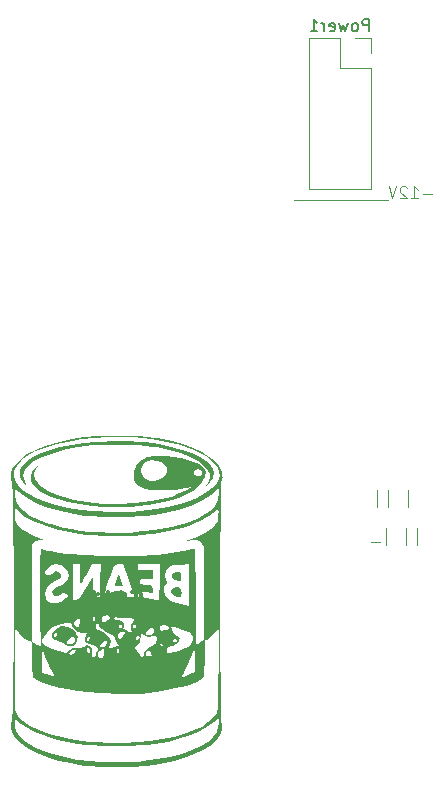
<source format=gbr>
%TF.GenerationSoftware,KiCad,Pcbnew,8.0.4*%
%TF.CreationDate,2024-08-29T01:46:08-04:00*%
%TF.ProjectId,adsr,61647372-2e6b-4696-9361-645f70636258,rev?*%
%TF.SameCoordinates,Original*%
%TF.FileFunction,Legend,Bot*%
%TF.FilePolarity,Positive*%
%FSLAX46Y46*%
G04 Gerber Fmt 4.6, Leading zero omitted, Abs format (unit mm)*
G04 Created by KiCad (PCBNEW 8.0.4) date 2024-08-29 01:46:08*
%MOMM*%
%LPD*%
G01*
G04 APERTURE LIST*
%ADD10C,0.100000*%
%ADD11C,0.300000*%
%ADD12C,0.150000*%
%ADD13C,0.000000*%
%ADD14C,0.120000*%
G04 APERTURE END LIST*
D10*
X103000000Y-82000000D02*
X95000000Y-82000000D01*
X104696115Y-107985864D02*
X104696115Y-106557292D01*
X102981829Y-107985864D02*
X102981829Y-106557292D01*
X102029448Y-107985864D02*
X102029448Y-106557292D01*
X105458020Y-111205752D02*
X105458020Y-109777180D01*
X104505639Y-111205752D02*
X104505639Y-109777180D01*
X102791353Y-111205752D02*
X102791353Y-109777180D01*
X102315163Y-110967657D02*
X101553258Y-110967657D01*
X106696115Y-81491466D02*
X105934211Y-81491466D01*
X104934211Y-81872419D02*
X105505639Y-81872419D01*
X105219925Y-81872419D02*
X105219925Y-80872419D01*
X105219925Y-80872419D02*
X105315163Y-81015276D01*
X105315163Y-81015276D02*
X105410401Y-81110514D01*
X105410401Y-81110514D02*
X105505639Y-81158133D01*
X104553258Y-80967657D02*
X104505639Y-80920038D01*
X104505639Y-80920038D02*
X104410401Y-80872419D01*
X104410401Y-80872419D02*
X104172306Y-80872419D01*
X104172306Y-80872419D02*
X104077068Y-80920038D01*
X104077068Y-80920038D02*
X104029449Y-80967657D01*
X104029449Y-80967657D02*
X103981830Y-81062895D01*
X103981830Y-81062895D02*
X103981830Y-81158133D01*
X103981830Y-81158133D02*
X104029449Y-81300990D01*
X104029449Y-81300990D02*
X104600877Y-81872419D01*
X104600877Y-81872419D02*
X103981830Y-81872419D01*
X103696115Y-80872419D02*
X103362782Y-81872419D01*
X103362782Y-81872419D02*
X103029449Y-80872419D01*
D11*
X81321427Y-115249757D02*
X81464285Y-115178328D01*
X81464285Y-115178328D02*
X81678570Y-115178328D01*
X81678570Y-115178328D02*
X81892856Y-115249757D01*
X81892856Y-115249757D02*
X82035713Y-115392614D01*
X82035713Y-115392614D02*
X82107142Y-115535471D01*
X82107142Y-115535471D02*
X82178570Y-115821185D01*
X82178570Y-115821185D02*
X82178570Y-116035471D01*
X82178570Y-116035471D02*
X82107142Y-116321185D01*
X82107142Y-116321185D02*
X82035713Y-116464042D01*
X82035713Y-116464042D02*
X81892856Y-116606900D01*
X81892856Y-116606900D02*
X81678570Y-116678328D01*
X81678570Y-116678328D02*
X81535713Y-116678328D01*
X81535713Y-116678328D02*
X81321427Y-116606900D01*
X81321427Y-116606900D02*
X81249999Y-116535471D01*
X81249999Y-116535471D02*
X81249999Y-116035471D01*
X81249999Y-116035471D02*
X81535713Y-116035471D01*
X80392856Y-115178328D02*
X80392856Y-115535471D01*
X80749999Y-115392614D02*
X80392856Y-115535471D01*
X80392856Y-115535471D02*
X80035713Y-115392614D01*
X80607142Y-115821185D02*
X80392856Y-115535471D01*
X80392856Y-115535471D02*
X80178570Y-115821185D01*
X79249999Y-115178328D02*
X79249999Y-115535471D01*
X79607142Y-115392614D02*
X79249999Y-115535471D01*
X79249999Y-115535471D02*
X78892856Y-115392614D01*
X79464285Y-115821185D02*
X79249999Y-115535471D01*
X79249999Y-115535471D02*
X79035713Y-115821185D01*
X78107142Y-115178328D02*
X78107142Y-115535471D01*
X78464285Y-115392614D02*
X78107142Y-115535471D01*
X78107142Y-115535471D02*
X77749999Y-115392614D01*
X78321428Y-115821185D02*
X78107142Y-115535471D01*
X78107142Y-115535471D02*
X77892856Y-115821185D01*
D12*
X101382380Y-67714819D02*
X101382380Y-66714819D01*
X101382380Y-66714819D02*
X101001428Y-66714819D01*
X101001428Y-66714819D02*
X100906190Y-66762438D01*
X100906190Y-66762438D02*
X100858571Y-66810057D01*
X100858571Y-66810057D02*
X100810952Y-66905295D01*
X100810952Y-66905295D02*
X100810952Y-67048152D01*
X100810952Y-67048152D02*
X100858571Y-67143390D01*
X100858571Y-67143390D02*
X100906190Y-67191009D01*
X100906190Y-67191009D02*
X101001428Y-67238628D01*
X101001428Y-67238628D02*
X101382380Y-67238628D01*
X100239523Y-67714819D02*
X100334761Y-67667200D01*
X100334761Y-67667200D02*
X100382380Y-67619580D01*
X100382380Y-67619580D02*
X100429999Y-67524342D01*
X100429999Y-67524342D02*
X100429999Y-67238628D01*
X100429999Y-67238628D02*
X100382380Y-67143390D01*
X100382380Y-67143390D02*
X100334761Y-67095771D01*
X100334761Y-67095771D02*
X100239523Y-67048152D01*
X100239523Y-67048152D02*
X100096666Y-67048152D01*
X100096666Y-67048152D02*
X100001428Y-67095771D01*
X100001428Y-67095771D02*
X99953809Y-67143390D01*
X99953809Y-67143390D02*
X99906190Y-67238628D01*
X99906190Y-67238628D02*
X99906190Y-67524342D01*
X99906190Y-67524342D02*
X99953809Y-67619580D01*
X99953809Y-67619580D02*
X100001428Y-67667200D01*
X100001428Y-67667200D02*
X100096666Y-67714819D01*
X100096666Y-67714819D02*
X100239523Y-67714819D01*
X99572856Y-67048152D02*
X99382380Y-67714819D01*
X99382380Y-67714819D02*
X99191904Y-67238628D01*
X99191904Y-67238628D02*
X99001428Y-67714819D01*
X99001428Y-67714819D02*
X98810952Y-67048152D01*
X98049047Y-67667200D02*
X98144285Y-67714819D01*
X98144285Y-67714819D02*
X98334761Y-67714819D01*
X98334761Y-67714819D02*
X98429999Y-67667200D01*
X98429999Y-67667200D02*
X98477618Y-67571961D01*
X98477618Y-67571961D02*
X98477618Y-67191009D01*
X98477618Y-67191009D02*
X98429999Y-67095771D01*
X98429999Y-67095771D02*
X98334761Y-67048152D01*
X98334761Y-67048152D02*
X98144285Y-67048152D01*
X98144285Y-67048152D02*
X98049047Y-67095771D01*
X98049047Y-67095771D02*
X98001428Y-67191009D01*
X98001428Y-67191009D02*
X98001428Y-67286247D01*
X98001428Y-67286247D02*
X98477618Y-67381485D01*
X97572856Y-67714819D02*
X97572856Y-67048152D01*
X97572856Y-67238628D02*
X97525237Y-67143390D01*
X97525237Y-67143390D02*
X97477618Y-67095771D01*
X97477618Y-67095771D02*
X97382380Y-67048152D01*
X97382380Y-67048152D02*
X97287142Y-67048152D01*
X96429999Y-67714819D02*
X97001427Y-67714819D01*
X96715713Y-67714819D02*
X96715713Y-66714819D01*
X96715713Y-66714819D02*
X96810951Y-66857676D01*
X96810951Y-66857676D02*
X96906189Y-66952914D01*
X96906189Y-66952914D02*
X97001427Y-67000533D01*
D13*
%TO.C,G\u002A\u002A\u002A*%
G36*
X74129778Y-110863556D02*
G01*
X74143024Y-110889022D01*
X74073333Y-110920000D01*
X74028511Y-110913890D01*
X74016889Y-110863556D01*
X74029298Y-110853423D01*
X74129778Y-110863556D01*
G37*
G36*
X80400656Y-114215439D02*
G01*
X80585797Y-114730000D01*
X80202527Y-114730000D01*
X80145835Y-114729962D01*
X79969134Y-114721285D01*
X79879285Y-114676473D01*
X79870976Y-114565531D01*
X79938897Y-114358469D01*
X80077736Y-114025291D01*
X80215514Y-113700878D01*
X80400656Y-114215439D01*
G37*
G36*
X85306137Y-113474431D02*
G01*
X85387019Y-113512162D01*
X85453720Y-113644157D01*
X85486806Y-113905262D01*
X85487068Y-113909364D01*
X85489097Y-114164271D01*
X85432227Y-114286418D01*
X85284700Y-114296718D01*
X85014756Y-114216084D01*
X84806553Y-114100988D01*
X84687568Y-113923405D01*
X84692396Y-113735401D01*
X84806675Y-113573534D01*
X85016043Y-113474358D01*
X85306137Y-113474431D01*
G37*
G36*
X85172813Y-114820914D02*
G01*
X85380544Y-114877916D01*
X85478663Y-115022734D01*
X85503333Y-115289392D01*
X85503289Y-115307197D01*
X85483000Y-115540558D01*
X85405337Y-115648258D01*
X85240438Y-115644144D01*
X84958439Y-115542063D01*
X84954464Y-115540390D01*
X84718709Y-115383962D01*
X84607443Y-115193863D01*
X84618486Y-115009406D01*
X84749657Y-114869904D01*
X84998776Y-114814667D01*
X85172813Y-114820914D01*
G37*
G36*
X76695452Y-118994263D02*
G01*
X76687781Y-119214191D01*
X76684606Y-119305238D01*
X76542453Y-119570471D01*
X76274667Y-119753077D01*
X76253132Y-119760723D01*
X75989293Y-119777004D01*
X75705836Y-119698178D01*
X75502842Y-119555002D01*
X75808384Y-119555002D01*
X75869408Y-119613132D01*
X76046093Y-119642478D01*
X76247705Y-119576439D01*
X76409730Y-119428576D01*
X76447905Y-119367264D01*
X76501165Y-119214191D01*
X76443648Y-119089910D01*
X76372098Y-119022598D01*
X76243133Y-118968018D01*
X76191978Y-118985105D01*
X76056707Y-119098395D01*
X75919427Y-119269292D01*
X75822525Y-119440570D01*
X75808384Y-119555002D01*
X75502842Y-119555002D01*
X75492702Y-119547850D01*
X75487667Y-119541952D01*
X75286862Y-119405651D01*
X75007123Y-119325458D01*
X74910288Y-119309954D01*
X74648227Y-119217153D01*
X74528756Y-119055714D01*
X74532345Y-118931367D01*
X74666000Y-118931367D01*
X74677145Y-118994007D01*
X74758148Y-119047403D01*
X74868489Y-118998253D01*
X74949101Y-118861198D01*
X74971304Y-118738209D01*
X74961021Y-118637466D01*
X74927270Y-118627410D01*
X74820712Y-118686348D01*
X74714326Y-118806889D01*
X74666000Y-118931367D01*
X74532345Y-118931367D01*
X74535903Y-118808101D01*
X74618244Y-118599879D01*
X74851131Y-118324260D01*
X75174000Y-118133307D01*
X75202805Y-118123597D01*
X75505076Y-118101068D01*
X75857953Y-118174864D01*
X76198134Y-118325352D01*
X76462319Y-118532899D01*
X76569320Y-118674431D01*
X76594472Y-118738209D01*
X76695452Y-118994263D01*
G37*
G36*
X81122780Y-102463936D02*
G01*
X81808522Y-102490351D01*
X82370667Y-102533205D01*
X82460486Y-102542864D01*
X83590576Y-102697163D01*
X84631660Y-102900660D01*
X85568057Y-103148615D01*
X86384088Y-103436287D01*
X87064075Y-103758938D01*
X87592339Y-104111825D01*
X87884968Y-104392374D01*
X88137282Y-104779100D01*
X88225922Y-105168825D01*
X88149463Y-105553337D01*
X87906481Y-105924423D01*
X87782428Y-106057648D01*
X87632078Y-106205741D01*
X87554693Y-106263334D01*
X87560949Y-106222767D01*
X87651776Y-106105667D01*
X87768459Y-105952838D01*
X87902210Y-105597013D01*
X87876698Y-105218226D01*
X87694615Y-104831655D01*
X87358651Y-104452472D01*
X86856043Y-104077985D01*
X86210486Y-103738493D01*
X85422418Y-103438586D01*
X84483818Y-103175220D01*
X83386667Y-102945353D01*
X83106441Y-102901400D01*
X82496887Y-102834847D01*
X81778549Y-102783867D01*
X80989801Y-102749115D01*
X80169016Y-102731250D01*
X79354569Y-102730926D01*
X78584835Y-102748801D01*
X77898187Y-102785531D01*
X77333000Y-102841773D01*
X76728468Y-102933411D01*
X75798956Y-103115692D01*
X74938647Y-103335152D01*
X74172537Y-103584252D01*
X73525622Y-103855458D01*
X73022897Y-104141233D01*
X72595608Y-104482751D01*
X72271991Y-104871877D01*
X72115705Y-105264254D01*
X72127412Y-105658108D01*
X72307776Y-106051667D01*
X72344839Y-106108205D01*
X72375881Y-106175003D01*
X72307561Y-106123280D01*
X72133203Y-105949112D01*
X72068920Y-105881719D01*
X71891774Y-105665053D01*
X71808267Y-105474320D01*
X71787333Y-105246407D01*
X71788350Y-105199374D01*
X71827785Y-104909876D01*
X71906775Y-104671629D01*
X72040275Y-104466493D01*
X72406438Y-104106962D01*
X72920754Y-103768815D01*
X73569902Y-103457265D01*
X74340556Y-103177527D01*
X75219395Y-102934814D01*
X76193095Y-102734339D01*
X77248333Y-102581317D01*
X77411476Y-102563697D01*
X78041764Y-102514239D01*
X78772935Y-102479113D01*
X79560091Y-102458739D01*
X80358338Y-102453539D01*
X81122780Y-102463936D01*
G37*
G36*
X87458834Y-105458134D02*
G01*
X87229527Y-105879850D01*
X87065187Y-106101011D01*
X86603159Y-106545763D01*
X86002776Y-106927312D01*
X85256210Y-107250125D01*
X84355630Y-107518666D01*
X83535612Y-107703718D01*
X82694768Y-107845796D01*
X81820333Y-107940075D01*
X81351774Y-107973377D01*
X80172697Y-108012702D01*
X79020421Y-107989836D01*
X77912255Y-107907949D01*
X76865510Y-107770208D01*
X75897494Y-107579782D01*
X75025517Y-107339840D01*
X74266888Y-107053550D01*
X73638917Y-106724080D01*
X73158913Y-106354600D01*
X73011375Y-106194053D01*
X72792734Y-105817575D01*
X72737499Y-105437825D01*
X72846030Y-105069309D01*
X73118684Y-104726530D01*
X73335753Y-104527667D01*
X73188077Y-104758561D01*
X73112180Y-104897107D01*
X73027657Y-105262104D01*
X73100722Y-105626541D01*
X73323055Y-105983502D01*
X73686338Y-106326073D01*
X74182252Y-106647337D01*
X74802478Y-106940380D01*
X75538697Y-107198286D01*
X76382592Y-107414139D01*
X77524471Y-107609315D01*
X78857740Y-107731609D01*
X80232845Y-107759080D01*
X81603731Y-107692520D01*
X82924343Y-107532723D01*
X84148624Y-107280480D01*
X84201553Y-107266581D01*
X84657535Y-107126641D01*
X85133733Y-106950700D01*
X85584085Y-106758268D01*
X85962528Y-106568852D01*
X86223000Y-106401959D01*
X86291377Y-106344266D01*
X86306903Y-106308922D01*
X86206962Y-106327634D01*
X85969000Y-106400249D01*
X85832888Y-106435467D01*
X85443938Y-106497220D01*
X84917219Y-106545421D01*
X84273575Y-106577886D01*
X83681706Y-106588251D01*
X82993839Y-106562877D01*
X82449253Y-106487574D01*
X82036008Y-106358202D01*
X81742163Y-106170621D01*
X81555778Y-105920694D01*
X81464914Y-105604282D01*
X81446539Y-105305455D01*
X81503195Y-104968025D01*
X82076974Y-104968025D01*
X82146179Y-105183833D01*
X82146947Y-105185644D01*
X82280296Y-105424734D01*
X82437077Y-105614342D01*
X82504959Y-105666753D01*
X82809251Y-105785650D01*
X83168484Y-105800218D01*
X83538750Y-105723365D01*
X83876142Y-105568005D01*
X84136754Y-105347047D01*
X84276676Y-105073403D01*
X84280517Y-105054729D01*
X84279017Y-105032087D01*
X86524412Y-105032087D01*
X86525587Y-105054729D01*
X86532477Y-105187525D01*
X86683101Y-105329021D01*
X86787628Y-105380017D01*
X86873601Y-105406845D01*
X86905830Y-105396943D01*
X87041291Y-105359692D01*
X87118529Y-105328114D01*
X87228096Y-105193924D01*
X87227422Y-105026793D01*
X87127475Y-104884294D01*
X86939225Y-104824000D01*
X86860498Y-104828183D01*
X86640041Y-104899906D01*
X86524412Y-105032087D01*
X84279017Y-105032087D01*
X84260024Y-104745441D01*
X84075059Y-104470397D01*
X83727468Y-104232423D01*
X83452053Y-104124420D01*
X83043250Y-104071875D01*
X82666995Y-104140870D01*
X82358960Y-104322856D01*
X82154817Y-104609286D01*
X82092824Y-104778813D01*
X82076974Y-104968025D01*
X81503195Y-104968025D01*
X81529703Y-104810146D01*
X81757824Y-104391657D01*
X82123239Y-104058316D01*
X82618287Y-103818448D01*
X83235306Y-103680381D01*
X83705616Y-103657833D01*
X84263634Y-103690680D01*
X84867144Y-103771567D01*
X85480342Y-103892325D01*
X86067425Y-104044788D01*
X86592588Y-104220788D01*
X87020028Y-104412160D01*
X87313941Y-104610735D01*
X87468087Y-104806152D01*
X87538131Y-105103595D01*
X87517928Y-105193924D01*
X87458834Y-105458134D01*
G37*
G36*
X88973066Y-105454430D02*
G01*
X88879005Y-105897988D01*
X88877539Y-105902482D01*
X88863369Y-106038118D01*
X88850398Y-106328831D01*
X88848532Y-106397410D01*
X88838619Y-106761651D01*
X88828029Y-107323609D01*
X88818623Y-108001734D01*
X88814506Y-108392719D01*
X88810395Y-108783058D01*
X88803342Y-109654611D01*
X88797458Y-110603422D01*
X88792740Y-111616522D01*
X88789181Y-112680942D01*
X88786779Y-113783711D01*
X88785528Y-114911861D01*
X88785423Y-116052421D01*
X88786459Y-117192422D01*
X88788633Y-118318893D01*
X88788734Y-118352427D01*
X88791940Y-119418866D01*
X88796374Y-120479371D01*
X88801931Y-121487437D01*
X88808606Y-122430096D01*
X88816396Y-123294377D01*
X88825294Y-124067311D01*
X88835297Y-124735928D01*
X88846400Y-125287258D01*
X88858598Y-125708332D01*
X88867364Y-125891609D01*
X88871887Y-125986181D01*
X88886261Y-126107833D01*
X88967650Y-126457697D01*
X88927231Y-126908924D01*
X88730971Y-127356145D01*
X88386317Y-127792019D01*
X87900714Y-128209209D01*
X87281607Y-128600376D01*
X86536443Y-128958180D01*
X85672667Y-129275284D01*
X85592152Y-129300641D01*
X84826997Y-129511855D01*
X83990823Y-129698069D01*
X83158634Y-129844137D01*
X82405434Y-129934918D01*
X82319828Y-129942345D01*
X82016869Y-129972269D01*
X81797366Y-129999673D01*
X81704016Y-130019412D01*
X81661359Y-130028924D01*
X81472546Y-130039974D01*
X81161036Y-130045858D01*
X80755679Y-130047013D01*
X80285327Y-130043873D01*
X79778832Y-130036873D01*
X79265045Y-130026449D01*
X78772817Y-130013036D01*
X78330999Y-129997070D01*
X77968443Y-129978985D01*
X77714000Y-129959217D01*
X77247403Y-129903645D01*
X76131989Y-129723656D01*
X75093024Y-129488662D01*
X74143661Y-129204171D01*
X73297056Y-128875692D01*
X72566364Y-128508734D01*
X71964740Y-128108804D01*
X71505338Y-127681413D01*
X71201315Y-127232067D01*
X71061392Y-126845094D01*
X71040574Y-126444847D01*
X71150218Y-125996662D01*
X71161417Y-125942606D01*
X71166542Y-125886296D01*
X71364000Y-125886296D01*
X71364000Y-126224231D01*
X71381164Y-126601711D01*
X71460033Y-126946236D01*
X71626938Y-127243777D01*
X71907776Y-127557845D01*
X72351461Y-127923233D01*
X72990658Y-128303787D01*
X73762151Y-128647938D01*
X74647320Y-128949435D01*
X75627543Y-129202026D01*
X76684199Y-129399462D01*
X77798667Y-129535489D01*
X78023257Y-129551915D01*
X78450985Y-129572402D01*
X78967271Y-129588676D01*
X79535292Y-129600362D01*
X80118227Y-129607086D01*
X80679254Y-129608473D01*
X81181550Y-129604148D01*
X81588295Y-129593736D01*
X81862667Y-129576862D01*
X82181036Y-129542183D01*
X83415366Y-129370471D01*
X84537817Y-129152704D01*
X85540443Y-128891918D01*
X86415296Y-128591151D01*
X87154429Y-128253438D01*
X87749896Y-127881818D01*
X88193748Y-127479327D01*
X88478041Y-127049000D01*
X88511587Y-126965649D01*
X88598427Y-126634264D01*
X88634141Y-126300971D01*
X88636000Y-125891609D01*
X88233833Y-126246021D01*
X87775598Y-126588215D01*
X87102718Y-126960942D01*
X86293406Y-127302512D01*
X85364707Y-127606698D01*
X84333668Y-127867277D01*
X83217333Y-128078022D01*
X83202657Y-128080338D01*
X82664918Y-128144336D01*
X81996832Y-128192404D01*
X81235449Y-128224523D01*
X80417818Y-128240674D01*
X79580988Y-128240840D01*
X78762009Y-128225000D01*
X77997929Y-128193137D01*
X77325799Y-128145232D01*
X76782667Y-128081266D01*
X76268697Y-127995607D01*
X75073147Y-127740753D01*
X74010985Y-127429930D01*
X73089685Y-127065920D01*
X72316723Y-126651505D01*
X71699574Y-126189467D01*
X71364000Y-125886296D01*
X71166542Y-125886296D01*
X71182093Y-125715449D01*
X71201035Y-125339011D01*
X71218241Y-124826566D01*
X71233710Y-124191391D01*
X71247438Y-123446760D01*
X71259424Y-122605948D01*
X71269666Y-121682232D01*
X71278162Y-120688885D01*
X71284910Y-119639183D01*
X71289906Y-118546402D01*
X71290648Y-118289784D01*
X71364000Y-118289784D01*
X71365860Y-121695725D01*
X71366355Y-122410444D01*
X71368591Y-123193542D01*
X71375031Y-123837036D01*
X71388274Y-124357662D01*
X71410918Y-124772157D01*
X71445564Y-125097260D01*
X71494809Y-125349707D01*
X71561253Y-125546235D01*
X71647495Y-125703582D01*
X71756134Y-125838484D01*
X71889769Y-125967680D01*
X72051000Y-126107906D01*
X72093277Y-126143649D01*
X72686540Y-126550152D01*
X73433693Y-126915078D01*
X74324493Y-127235216D01*
X75348696Y-127507360D01*
X76496058Y-127728299D01*
X77756333Y-127894827D01*
X78309003Y-127945379D01*
X79459310Y-128003868D01*
X80603520Y-128002640D01*
X81726933Y-127945057D01*
X82814850Y-127834476D01*
X83852570Y-127674258D01*
X84825394Y-127467762D01*
X85718620Y-127218347D01*
X86517551Y-126929371D01*
X87207485Y-126604196D01*
X87773722Y-126246179D01*
X88201563Y-125858680D01*
X88476308Y-125445059D01*
X88513441Y-125353718D01*
X88546050Y-125240887D01*
X88572168Y-125095382D01*
X88592519Y-124900119D01*
X88607829Y-124638017D01*
X88618823Y-124291994D01*
X88626226Y-123844968D01*
X88630763Y-123279856D01*
X88633160Y-122579576D01*
X88634141Y-121727047D01*
X88636000Y-118352427D01*
X88123174Y-118827214D01*
X88045144Y-118898615D01*
X87808729Y-119104342D01*
X87625714Y-119247992D01*
X87530508Y-119302000D01*
X87510806Y-119340838D01*
X87486123Y-119526488D01*
X87467148Y-119846862D01*
X87454968Y-120281469D01*
X87450667Y-120809818D01*
X87448993Y-121210201D01*
X87438832Y-121728244D01*
X87424223Y-121997495D01*
X87418679Y-122099671D01*
X87387644Y-122338377D01*
X87344833Y-122458258D01*
X87304916Y-122500331D01*
X87095771Y-122640829D01*
X86771108Y-122802846D01*
X86366626Y-122971091D01*
X85918024Y-123130276D01*
X85461000Y-123265109D01*
X85409965Y-123278378D01*
X83825733Y-123610164D01*
X82167358Y-123805124D01*
X80428117Y-123863492D01*
X78601286Y-123785503D01*
X76680143Y-123571390D01*
X76635092Y-123564883D01*
X75926794Y-123447908D01*
X75242543Y-123309135D01*
X74606367Y-123155417D01*
X74042298Y-122993611D01*
X73574364Y-122830570D01*
X73226597Y-122673149D01*
X73023026Y-122528202D01*
X72978709Y-122462751D01*
X72966297Y-122427983D01*
X85483912Y-122427983D01*
X85533878Y-122419179D01*
X85667482Y-122379779D01*
X85890651Y-122299643D01*
X86236987Y-122167132D01*
X86674307Y-121997495D01*
X86663549Y-120989418D01*
X86663382Y-120974320D01*
X86654763Y-120593357D01*
X86639712Y-120291164D01*
X86620300Y-120097928D01*
X86598602Y-120043838D01*
X86569408Y-120096618D01*
X86485789Y-120283432D01*
X86367965Y-120567034D01*
X86362929Y-120579716D01*
X86231501Y-120910667D01*
X86153204Y-121104513D01*
X85981247Y-121492563D01*
X85811152Y-121834988D01*
X85670373Y-122074834D01*
X85578788Y-122214150D01*
X85520540Y-122318766D01*
X85491970Y-122370080D01*
X85483912Y-122427983D01*
X72966297Y-122427983D01*
X72930416Y-122327472D01*
X72892714Y-122119430D01*
X72863883Y-121819314D01*
X72842205Y-121407812D01*
X72825962Y-120865612D01*
X72813433Y-120173403D01*
X72809997Y-119937000D01*
X73654483Y-119937000D01*
X73673408Y-120988164D01*
X73692333Y-122039327D01*
X74115667Y-122188102D01*
X74364517Y-122272713D01*
X74587979Y-122332010D01*
X74686218Y-122318766D01*
X74677739Y-122227618D01*
X74581046Y-122053201D01*
X74499213Y-121903297D01*
X74358008Y-121610287D01*
X74193214Y-121242714D01*
X74026048Y-120846701D01*
X73654483Y-119937000D01*
X72809997Y-119937000D01*
X72803333Y-119478472D01*
X72429657Y-119259482D01*
X72274669Y-119157395D01*
X71976112Y-118919986D01*
X71709990Y-118665139D01*
X71364000Y-118289784D01*
X71290648Y-118289784D01*
X71293151Y-117423816D01*
X71294640Y-116284701D01*
X71294373Y-115142333D01*
X71292347Y-114009985D01*
X71288560Y-112900934D01*
X71283009Y-111828455D01*
X71275694Y-110805823D01*
X71266611Y-109846313D01*
X71255759Y-108963200D01*
X71243136Y-108169760D01*
X71240462Y-108041522D01*
X71364000Y-108041522D01*
X71364000Y-108509814D01*
X71370840Y-108684571D01*
X71412517Y-109006857D01*
X71479488Y-109254506D01*
X71575343Y-109427525D01*
X71866288Y-109750145D01*
X72288042Y-110070010D01*
X72816820Y-110370286D01*
X73428837Y-110634140D01*
X73946333Y-110826511D01*
X73544167Y-110830922D01*
X73484134Y-110832345D01*
X73176040Y-110880539D01*
X72970480Y-111006854D01*
X72940154Y-111039319D01*
X72905822Y-111090310D01*
X72877617Y-111163886D01*
X72854969Y-111274723D01*
X72837312Y-111437494D01*
X72824076Y-111666876D01*
X72814694Y-111977541D01*
X72808599Y-112384166D01*
X72805221Y-112901425D01*
X72803993Y-113543992D01*
X72804348Y-114326542D01*
X72805716Y-115263751D01*
X72805792Y-115307995D01*
X72808447Y-116122801D01*
X72813215Y-116885589D01*
X72819832Y-117579598D01*
X72828034Y-118188069D01*
X72837556Y-118694244D01*
X72848134Y-119081363D01*
X72859504Y-119332667D01*
X72871403Y-119431397D01*
X72891801Y-119452739D01*
X73036484Y-119550433D01*
X73252230Y-119662560D01*
X73574126Y-119811453D01*
X73571465Y-119383854D01*
X73667457Y-119383854D01*
X73782955Y-119590051D01*
X74064421Y-119799565D01*
X74510594Y-120011270D01*
X75120211Y-120224039D01*
X75701422Y-120403156D01*
X75704125Y-120400783D01*
X75983069Y-120400783D01*
X76011520Y-120467601D01*
X76180587Y-120504012D01*
X76351070Y-120498203D01*
X76482724Y-120379084D01*
X76527511Y-120121612D01*
X76527513Y-120121456D01*
X76469816Y-120064699D01*
X76332185Y-120086562D01*
X76172325Y-120167183D01*
X76047940Y-120286696D01*
X75983069Y-120400783D01*
X75704125Y-120400783D01*
X76001930Y-120139307D01*
X76022566Y-120121290D01*
X76133532Y-120037850D01*
X77502542Y-120037850D01*
X77508458Y-120121456D01*
X77514981Y-120213627D01*
X77572330Y-120352919D01*
X77661227Y-120390773D01*
X77748736Y-120264935D01*
X77761326Y-120183160D01*
X77719088Y-120039024D01*
X77629806Y-119943833D01*
X77534095Y-119956039D01*
X77502542Y-120037850D01*
X76133532Y-120037850D01*
X76228814Y-119966203D01*
X76410512Y-119908772D01*
X76648386Y-119921841D01*
X76915626Y-119929621D01*
X77206000Y-119849779D01*
X77241274Y-119830600D01*
X77528002Y-119731537D01*
X77739220Y-119780733D01*
X77883544Y-119979841D01*
X77932433Y-120183160D01*
X77941719Y-120221780D01*
X77938265Y-120487841D01*
X77919865Y-120602668D01*
X77941976Y-120714665D01*
X78054783Y-120741334D01*
X78173597Y-120704913D01*
X78222000Y-120548506D01*
X78240875Y-120435754D01*
X78403324Y-120435754D01*
X78449632Y-120590274D01*
X78464372Y-120619040D01*
X78592077Y-120753515D01*
X78741579Y-120804969D01*
X78849605Y-120748389D01*
X78861005Y-120725149D01*
X78910226Y-120547306D01*
X78938243Y-120325173D01*
X78939036Y-120191000D01*
X80000000Y-120191000D01*
X80021687Y-120330227D01*
X80087324Y-120402667D01*
X80175075Y-120355583D01*
X80236410Y-120215562D01*
X80219687Y-120104632D01*
X80441423Y-120104632D01*
X80451556Y-120205111D01*
X80471648Y-120215562D01*
X80477022Y-120218357D01*
X80508000Y-120148667D01*
X80501890Y-120103845D01*
X80451556Y-120092222D01*
X80441423Y-120104632D01*
X80219687Y-120104632D01*
X80214173Y-120068055D01*
X80126149Y-119983961D01*
X80037364Y-120021446D01*
X80013772Y-120128505D01*
X80000000Y-120191000D01*
X78939036Y-120191000D01*
X78939405Y-120128505D01*
X78908059Y-120027060D01*
X78893014Y-120021799D01*
X78765024Y-120059496D01*
X78591005Y-120179842D01*
X78454809Y-120311119D01*
X78403324Y-120435754D01*
X78240875Y-120435754D01*
X78247791Y-120394437D01*
X78346313Y-120178196D01*
X78396811Y-120100362D01*
X78418046Y-119981268D01*
X78310673Y-119855959D01*
X78253101Y-119814362D01*
X78560667Y-119814362D01*
X78618655Y-119882840D01*
X78769167Y-119890877D01*
X78949807Y-119840309D01*
X79097878Y-119739833D01*
X79137035Y-119692251D01*
X79225875Y-119507918D01*
X79213439Y-119361598D01*
X79099542Y-119302000D01*
X79095929Y-119302075D01*
X78949836Y-119365403D01*
X78772780Y-119509116D01*
X78623482Y-119677380D01*
X78560667Y-119814362D01*
X78253101Y-119814362D01*
X78244717Y-119808304D01*
X78017922Y-119698194D01*
X77741860Y-119607282D01*
X77515063Y-119531204D01*
X77333500Y-119387751D01*
X77302174Y-119181735D01*
X77305257Y-119173516D01*
X77469352Y-119173516D01*
X77502477Y-119301055D01*
X77599236Y-119331677D01*
X77706157Y-119231989D01*
X77780887Y-119074198D01*
X77777366Y-118984560D01*
X77669010Y-118963334D01*
X77600165Y-118979874D01*
X77488434Y-119096025D01*
X77469352Y-119173516D01*
X77305257Y-119173516D01*
X77411055Y-118891453D01*
X77541718Y-118638778D01*
X77149501Y-118638778D01*
X77098395Y-118637926D01*
X76702681Y-118559268D01*
X76412630Y-118359673D01*
X76385846Y-118310543D01*
X78202143Y-118310543D01*
X78293611Y-118377494D01*
X78529604Y-118449339D01*
X78873497Y-118581955D01*
X79195970Y-118814537D01*
X79391061Y-119074198D01*
X79412708Y-119103009D01*
X79492000Y-119415537D01*
X79491481Y-119449033D01*
X79483618Y-119507918D01*
X79463921Y-119655418D01*
X79407333Y-119767667D01*
X79384211Y-119784996D01*
X79322667Y-119899664D01*
X79324467Y-119924874D01*
X79367857Y-119969712D01*
X79494538Y-119945335D01*
X79582742Y-119909915D01*
X81521778Y-119909915D01*
X81581817Y-119981268D01*
X81722674Y-120148667D01*
X81728705Y-120155834D01*
X81749945Y-120181619D01*
X81899367Y-120393374D01*
X81989522Y-120571543D01*
X82031389Y-120665336D01*
X82136654Y-120736567D01*
X82243890Y-120663233D01*
X82303164Y-120503516D01*
X82455333Y-120503516D01*
X82461729Y-120557390D01*
X82543068Y-120635321D01*
X82749852Y-120656667D01*
X82795805Y-120656586D01*
X82962943Y-120643636D01*
X83001342Y-120579716D01*
X82945437Y-120423834D01*
X82890196Y-120300353D01*
X82860384Y-120251623D01*
X84289887Y-120251623D01*
X84310928Y-120347233D01*
X84391756Y-120386213D01*
X84558007Y-120370678D01*
X84835320Y-120302745D01*
X85249333Y-120184531D01*
X85479592Y-120114272D01*
X85813775Y-119988438D01*
X86052869Y-119852399D01*
X86244167Y-119682280D01*
X86340341Y-119569179D01*
X86497704Y-119264332D01*
X86494228Y-118981165D01*
X86328833Y-118731782D01*
X86295934Y-118706981D01*
X86120141Y-118614904D01*
X85854668Y-118502108D01*
X85540484Y-118382972D01*
X85218557Y-118271875D01*
X84929856Y-118183196D01*
X84715347Y-118131315D01*
X84615999Y-118130609D01*
X84606881Y-118192923D01*
X84605290Y-118203795D01*
X84666746Y-118375603D01*
X84787220Y-118584578D01*
X84935987Y-118779438D01*
X85082322Y-118908903D01*
X85103499Y-118921868D01*
X85266979Y-119059472D01*
X85334000Y-119186300D01*
X85330256Y-119223124D01*
X85272891Y-119333184D01*
X85231632Y-119412343D01*
X85039097Y-119603246D01*
X84806521Y-119750807D01*
X84689711Y-119782416D01*
X84587776Y-119810000D01*
X84431942Y-119824378D01*
X84342386Y-119906133D01*
X84301931Y-120106334D01*
X84289887Y-120251623D01*
X82860384Y-120251623D01*
X82780769Y-120121488D01*
X82683145Y-120087822D01*
X82576634Y-120186016D01*
X82504143Y-120314793D01*
X82455333Y-120503516D01*
X82303164Y-120503516D01*
X82320567Y-120456624D01*
X82322405Y-120447025D01*
X82423928Y-120172346D01*
X82626137Y-119964941D01*
X82963333Y-119789191D01*
X83082352Y-119731432D01*
X83267608Y-119574907D01*
X83646241Y-119574907D01*
X83742267Y-119708400D01*
X83799177Y-119757003D01*
X83911600Y-119810000D01*
X83975851Y-119782416D01*
X83946177Y-119691436D01*
X83810000Y-119575649D01*
X83676553Y-119522537D01*
X83646241Y-119574907D01*
X83267608Y-119574907D01*
X83328467Y-119523487D01*
X83383556Y-119397034D01*
X84741333Y-119397034D01*
X84773021Y-119440179D01*
X84910667Y-119471334D01*
X85007295Y-119447312D01*
X85081897Y-119333184D01*
X85024290Y-119189846D01*
X85017088Y-119183982D01*
X84913688Y-119194427D01*
X84816402Y-119268754D01*
X84796872Y-119283675D01*
X84741333Y-119397034D01*
X83383556Y-119397034D01*
X83439440Y-119268754D01*
X83398476Y-118997775D01*
X83368912Y-118937050D01*
X83281814Y-118836085D01*
X83182720Y-118872260D01*
X83051363Y-118938696D01*
X82785538Y-118976885D01*
X82507513Y-118946625D01*
X82301133Y-118850028D01*
X82209025Y-118772179D01*
X82154387Y-118748462D01*
X82508153Y-118748462D01*
X82543017Y-118808468D01*
X82685551Y-118877090D01*
X82869387Y-118846865D01*
X83047926Y-118741295D01*
X83174571Y-118583883D01*
X83202723Y-118398133D01*
X83161230Y-118306438D01*
X83655963Y-118306438D01*
X83691460Y-118398133D01*
X83707485Y-118439529D01*
X83858026Y-118521153D01*
X84059958Y-118460814D01*
X84129414Y-118426097D01*
X84240864Y-118417655D01*
X84288589Y-118417627D01*
X84398740Y-118333066D01*
X84427099Y-118293569D01*
X84428662Y-118192923D01*
X84292761Y-118077748D01*
X84068018Y-117996004D01*
X83853018Y-118018677D01*
X83816511Y-118044613D01*
X83698880Y-118128183D01*
X83655963Y-118306438D01*
X83161230Y-118306438D01*
X83160905Y-118305720D01*
X83022286Y-118221924D01*
X82862583Y-118237103D01*
X82755716Y-118357910D01*
X82706096Y-118457630D01*
X82580538Y-118571307D01*
X82525149Y-118612409D01*
X82508153Y-118748462D01*
X82154387Y-118748462D01*
X82097201Y-118723639D01*
X82044931Y-118812631D01*
X82035517Y-118988734D01*
X82032000Y-119054513D01*
X82027110Y-119178059D01*
X81958263Y-119425717D01*
X81776889Y-119654804D01*
X81641487Y-119790206D01*
X81521778Y-119909915D01*
X79582742Y-119909915D01*
X79738105Y-119847526D01*
X79766986Y-119835582D01*
X80008885Y-119770802D01*
X80203772Y-119770216D01*
X80268456Y-119787060D01*
X80325666Y-119790206D01*
X80232832Y-119725168D01*
X80186220Y-119690170D01*
X80019232Y-119486464D01*
X79885444Y-119223339D01*
X79830667Y-118985098D01*
X79821175Y-118942159D01*
X80100279Y-118942159D01*
X80147372Y-119110269D01*
X80261416Y-119194504D01*
X80413777Y-119131441D01*
X80500185Y-119023135D01*
X81632862Y-119023135D01*
X81633679Y-119175492D01*
X81721311Y-119249690D01*
X81845733Y-119200400D01*
X81892159Y-119141733D01*
X81947333Y-118988734D01*
X81942200Y-118952823D01*
X81859643Y-118884205D01*
X81733184Y-118905522D01*
X81637101Y-119011358D01*
X81632862Y-119023135D01*
X80500185Y-119023135D01*
X80580818Y-118922068D01*
X80589755Y-118906880D01*
X80690035Y-118717247D01*
X80700937Y-118619384D01*
X80628551Y-118568143D01*
X80489795Y-118558931D01*
X80285380Y-118614252D01*
X80268268Y-118622266D01*
X80120798Y-118744613D01*
X80100279Y-118942159D01*
X79821175Y-118942159D01*
X79815947Y-118918507D01*
X79697951Y-118815111D01*
X79438553Y-118724246D01*
X79122993Y-118602231D01*
X78784868Y-118362255D01*
X78629612Y-118156343D01*
X80169333Y-118156343D01*
X80171483Y-118184583D01*
X80242029Y-118275430D01*
X80361061Y-118262100D01*
X80458601Y-118146882D01*
X80480203Y-118069635D01*
X80471311Y-117967089D01*
X80467542Y-117963580D01*
X80353848Y-117954016D01*
X80228456Y-118034558D01*
X80169333Y-118156343D01*
X78629612Y-118156343D01*
X78556120Y-118058873D01*
X78466724Y-117722967D01*
X78462561Y-117576700D01*
X78730000Y-117576700D01*
X78744044Y-117676678D01*
X78844143Y-117768854D01*
X79027880Y-117729915D01*
X79280333Y-117560304D01*
X79334273Y-117515017D01*
X79424943Y-117426844D01*
X79780615Y-117426844D01*
X79810606Y-117456551D01*
X79973296Y-117540431D01*
X80210935Y-117617315D01*
X80339762Y-117654030D01*
X80562198Y-117767261D01*
X80640460Y-117927373D01*
X80611028Y-118069635D01*
X80592387Y-118159735D01*
X80567669Y-118230119D01*
X80561397Y-118343855D01*
X80658262Y-118373360D01*
X80779880Y-118400320D01*
X80968682Y-118500360D01*
X81051976Y-118558384D01*
X81197028Y-118619384D01*
X81220153Y-118629109D01*
X81294385Y-118580615D01*
X81256868Y-118417990D01*
X81215320Y-118289771D01*
X81225099Y-118172895D01*
X81369576Y-118172895D01*
X81443418Y-118319267D01*
X81551257Y-118327139D01*
X81636862Y-118187326D01*
X81663193Y-118044613D01*
X81623413Y-117953483D01*
X81479061Y-117978951D01*
X81412579Y-118026243D01*
X81369576Y-118172895D01*
X81225099Y-118172895D01*
X81230102Y-118113104D01*
X81333322Y-117866456D01*
X81382270Y-117760567D01*
X81447520Y-117575685D01*
X81447860Y-117486936D01*
X81400293Y-117475064D01*
X81210942Y-117449748D01*
X80916473Y-117420296D01*
X80556144Y-117390935D01*
X80196524Y-117368473D01*
X79930305Y-117364228D01*
X79797741Y-117383404D01*
X79780615Y-117426844D01*
X79424943Y-117426844D01*
X79459274Y-117393459D01*
X79469036Y-117314812D01*
X79377937Y-117230497D01*
X79188596Y-117157311D01*
X78969785Y-117200219D01*
X78798937Y-117349624D01*
X78730000Y-117576700D01*
X78462561Y-117576700D01*
X78457447Y-117397000D01*
X78435973Y-117506229D01*
X78384931Y-117765862D01*
X78364641Y-117858671D01*
X78294074Y-118096036D01*
X78223199Y-118242223D01*
X78202143Y-118310543D01*
X76385846Y-118310543D01*
X76243189Y-118048869D01*
X76189622Y-117898884D01*
X76092825Y-117818844D01*
X75903824Y-117829808D01*
X75705775Y-117864200D01*
X75083694Y-118008598D01*
X74617294Y-118185065D01*
X74297521Y-118397754D01*
X74115323Y-118650822D01*
X73983446Y-118884145D01*
X73825394Y-119068338D01*
X73719190Y-119182101D01*
X73667457Y-119383854D01*
X73571465Y-119383854D01*
X73561612Y-117800909D01*
X76383634Y-117800909D01*
X76383748Y-117930118D01*
X76492381Y-118068286D01*
X76635569Y-118185859D01*
X76749581Y-118192757D01*
X76832316Y-118056268D01*
X76901145Y-117763436D01*
X76918405Y-117542693D01*
X76895386Y-117481667D01*
X77968000Y-117481667D01*
X77977506Y-117542693D01*
X77989687Y-117620894D01*
X78055324Y-117693334D01*
X78143075Y-117646250D01*
X78204410Y-117506229D01*
X78182173Y-117358721D01*
X78094149Y-117274628D01*
X78005364Y-117312113D01*
X77968000Y-117481667D01*
X76895386Y-117481667D01*
X76863720Y-117397717D01*
X76738593Y-117399833D01*
X76557133Y-117557488D01*
X76498871Y-117626759D01*
X76383634Y-117800909D01*
X73561612Y-117800909D01*
X73548563Y-115704354D01*
X73546903Y-115371467D01*
X73917517Y-115371467D01*
X73991038Y-115751724D01*
X73991928Y-115753859D01*
X74128586Y-115960818D01*
X74303734Y-116091789D01*
X74467041Y-116140455D01*
X74902675Y-116154228D01*
X75338373Y-116013525D01*
X75745500Y-115725617D01*
X75804909Y-115668661D01*
X75916261Y-115527630D01*
X75888307Y-115431185D01*
X75717925Y-115335153D01*
X75618341Y-115296051D01*
X75461828Y-115294776D01*
X75283174Y-115406229D01*
X75227037Y-115447111D01*
X74968783Y-115559524D01*
X74740481Y-115548456D01*
X74584616Y-115413467D01*
X74531768Y-115238100D01*
X74592753Y-115070207D01*
X74790249Y-114905841D01*
X75139035Y-114726694D01*
X75232111Y-114682600D01*
X75620979Y-114426656D01*
X75649723Y-114391334D01*
X76274667Y-114391334D01*
X76277584Y-114846585D01*
X76286494Y-115272570D01*
X76300301Y-115608674D01*
X76317896Y-115828417D01*
X76338167Y-115905316D01*
X76549331Y-115865623D01*
X76716856Y-115805470D01*
X76861351Y-115700156D01*
X77009294Y-115524056D01*
X77187166Y-115251546D01*
X77421446Y-114857000D01*
X77965892Y-113925667D01*
X77966946Y-114798611D01*
X77968000Y-115671555D01*
X78285500Y-115645278D01*
X78603000Y-115619000D01*
X78605146Y-115494988D01*
X78963128Y-115494988D01*
X78978187Y-115573074D01*
X79166984Y-115627549D01*
X79393403Y-115563853D01*
X79560120Y-115379883D01*
X79560382Y-115379345D01*
X79634665Y-115255556D01*
X79735704Y-115187695D01*
X79910987Y-115159156D01*
X80208004Y-115153334D01*
X80284656Y-115153427D01*
X80547414Y-115160822D01*
X80696232Y-115193301D01*
X80776592Y-115269319D01*
X80833980Y-115407334D01*
X80892875Y-115542845D01*
X81008719Y-115639108D01*
X81223263Y-115661334D01*
X81265690Y-115660808D01*
X81449410Y-115643327D01*
X81524000Y-115608774D01*
X81508076Y-115551491D01*
X81442978Y-115356122D01*
X81387222Y-115195667D01*
X81777985Y-115195667D01*
X81777992Y-115423312D01*
X81778122Y-115496041D01*
X81791856Y-115568986D01*
X81831573Y-115608774D01*
X81844726Y-115621951D01*
X81962522Y-115663053D01*
X82171029Y-115700407D01*
X82496037Y-115742128D01*
X82963333Y-115796330D01*
X83060928Y-115808390D01*
X83318784Y-115847329D01*
X83492500Y-115883528D01*
X83536134Y-115889530D01*
X83577224Y-115862151D01*
X83605919Y-115775598D01*
X83624415Y-115607842D01*
X83634908Y-115336850D01*
X83637172Y-115145344D01*
X83996484Y-115145344D01*
X84100484Y-115461746D01*
X84302719Y-115749886D01*
X84589423Y-115968129D01*
X84813306Y-116060969D01*
X85134316Y-116165135D01*
X85482167Y-116257713D01*
X86096000Y-116401614D01*
X86096000Y-114625786D01*
X86096000Y-112849957D01*
X85382479Y-112879812D01*
X85144818Y-112892608D01*
X84823073Y-112928831D01*
X84599900Y-112990378D01*
X84429979Y-113087113D01*
X84347471Y-113157478D01*
X84149333Y-113455905D01*
X84083349Y-113808146D01*
X84163120Y-114159539D01*
X84241091Y-114350614D01*
X84238455Y-114397039D01*
X84234189Y-114472156D01*
X84135973Y-114596647D01*
X84004484Y-114842316D01*
X83996484Y-115145344D01*
X83637172Y-115145344D01*
X83639593Y-114940593D01*
X83640667Y-114397039D01*
X83640667Y-112867334D01*
X82709333Y-112867334D01*
X81778000Y-112867334D01*
X81778000Y-113121333D01*
X81778011Y-113126046D01*
X81797044Y-113299264D01*
X81841500Y-113365307D01*
X81949615Y-113361654D01*
X82178259Y-113361620D01*
X82476500Y-113365307D01*
X83048000Y-113375334D01*
X83048000Y-113756334D01*
X83048000Y-114137334D01*
X82497667Y-114137334D01*
X82407784Y-114137456D01*
X82148953Y-114144159D01*
X82011438Y-114171842D01*
X81956984Y-114235217D01*
X81947333Y-114349000D01*
X81947821Y-114377256D01*
X81996629Y-114525209D01*
X82159000Y-114571250D01*
X82310280Y-114582568D01*
X82455333Y-114603000D01*
X82583770Y-114620492D01*
X82794000Y-114634750D01*
X82815038Y-114635700D01*
X82971117Y-114661896D01*
X83035446Y-114753726D01*
X83048008Y-114962834D01*
X83048016Y-115280334D01*
X82413000Y-115238000D01*
X81777985Y-115195667D01*
X81387222Y-115195667D01*
X81336459Y-115049579D01*
X81198021Y-114659128D01*
X81037167Y-114212032D01*
X80550333Y-112867850D01*
X80199559Y-112867592D01*
X80134476Y-112869103D01*
X79914828Y-112903750D01*
X79809052Y-112973167D01*
X79704910Y-113251533D01*
X79438874Y-113974632D01*
X79234299Y-114552326D01*
X79088563Y-114992815D01*
X78999047Y-115304302D01*
X78963128Y-115494988D01*
X78605146Y-115494988D01*
X78626811Y-114243167D01*
X78650622Y-112867334D01*
X78288144Y-112868393D01*
X77925667Y-112869452D01*
X77460000Y-113704663D01*
X77285389Y-114006218D01*
X77122097Y-114263908D01*
X77002754Y-114424863D01*
X76945240Y-114462751D01*
X76935429Y-114430646D01*
X76917963Y-114255344D01*
X76908671Y-113972916D01*
X76909400Y-113626481D01*
X76922653Y-112867334D01*
X76598660Y-112867334D01*
X76274667Y-112867334D01*
X76274667Y-113809410D01*
X76274667Y-114391334D01*
X75649723Y-114391334D01*
X75862046Y-114130417D01*
X75950281Y-113809410D01*
X75880653Y-113479162D01*
X75648133Y-113155200D01*
X75587206Y-113095564D01*
X75400051Y-112947737D01*
X75204249Y-112882176D01*
X74920000Y-112867334D01*
X74827948Y-112868178D01*
X74576145Y-112893892D01*
X74390718Y-112979050D01*
X74191867Y-113155200D01*
X74005304Y-113357603D01*
X73921360Y-113514725D01*
X73964892Y-113632171D01*
X74132499Y-113743648D01*
X74273591Y-113807832D01*
X74392806Y-113796227D01*
X74519645Y-113661686D01*
X74665841Y-113530212D01*
X74898537Y-113454822D01*
X75118858Y-113502084D01*
X75273916Y-113671323D01*
X75298782Y-113738650D01*
X75283290Y-113960325D01*
X75105073Y-114145856D01*
X74766954Y-114291784D01*
X74506571Y-114403871D01*
X74194249Y-114661857D01*
X73991576Y-114996284D01*
X73917517Y-115371467D01*
X73546903Y-115371467D01*
X73545258Y-115041459D01*
X73543734Y-114201583D01*
X73545575Y-113457133D01*
X73550626Y-112820424D01*
X73558735Y-112303771D01*
X73569747Y-111919488D01*
X73583508Y-111679891D01*
X73599865Y-111597294D01*
X73673475Y-111606416D01*
X73887194Y-111641392D01*
X74199843Y-111696475D01*
X74573532Y-111765131D01*
X74674923Y-111783915D01*
X75242844Y-111880986D01*
X75798869Y-111959701D01*
X76373196Y-112022529D01*
X76996026Y-112071938D01*
X77697556Y-112110395D01*
X78507984Y-112140370D01*
X79457511Y-112164331D01*
X80439735Y-112178342D01*
X81408996Y-112175265D01*
X82227496Y-112152405D01*
X82886511Y-112109899D01*
X83032425Y-112095935D01*
X83501558Y-112043956D01*
X84025711Y-111977652D01*
X84573000Y-111901894D01*
X85111540Y-111821553D01*
X85609445Y-111741499D01*
X86034830Y-111666602D01*
X86355810Y-111601734D01*
X86540500Y-111551763D01*
X86552187Y-111547891D01*
X86584359Y-111549618D01*
X86611050Y-111582689D01*
X86632771Y-111660902D01*
X86650029Y-111798057D01*
X86663335Y-112007952D01*
X86673196Y-112304386D01*
X86680123Y-112701158D01*
X86684625Y-113212068D01*
X86687210Y-113850913D01*
X86688378Y-114625786D01*
X86688387Y-114631494D01*
X86688667Y-115567608D01*
X86688670Y-115616598D01*
X86689714Y-116426274D01*
X86692496Y-117181015D01*
X86693344Y-117314812D01*
X86694435Y-117486936D01*
X86696827Y-117864481D01*
X86702523Y-118460327D01*
X86709395Y-118952212D01*
X86715999Y-119264332D01*
X86717257Y-119323792D01*
X86725922Y-119558724D01*
X86735205Y-119640667D01*
X86748726Y-119639272D01*
X86890468Y-119584984D01*
X87089315Y-119480450D01*
X87275256Y-119365109D01*
X87378280Y-119278402D01*
X87378871Y-119277400D01*
X87396235Y-119162138D01*
X87411007Y-118899022D01*
X87423220Y-118508853D01*
X87432910Y-118012433D01*
X87440112Y-117430564D01*
X87444860Y-116784048D01*
X87447188Y-116093687D01*
X87447133Y-115380283D01*
X87444728Y-114664636D01*
X87440008Y-113967550D01*
X87433007Y-113309826D01*
X87423762Y-112712265D01*
X87412306Y-112195670D01*
X87398674Y-111780842D01*
X87382900Y-111488584D01*
X87365021Y-111339697D01*
X87275828Y-111120108D01*
X87052254Y-110892414D01*
X86725510Y-110797917D01*
X86297643Y-110837580D01*
X86097866Y-110878749D01*
X85919835Y-110901039D01*
X85900039Y-110877487D01*
X86037155Y-110813195D01*
X86329861Y-110713266D01*
X86376855Y-110698309D01*
X86973697Y-110469282D01*
X87514074Y-110192277D01*
X87970262Y-109885726D01*
X88314536Y-109568062D01*
X88519171Y-109257717D01*
X88549969Y-109167261D01*
X88599508Y-108925897D01*
X88628774Y-108651030D01*
X88635444Y-108392719D01*
X88617194Y-108201023D01*
X88571700Y-108126000D01*
X88513212Y-108157860D01*
X88408640Y-108284139D01*
X88369484Y-108336072D01*
X88165487Y-108521789D01*
X87854774Y-108742964D01*
X87473806Y-108976702D01*
X87059044Y-109200109D01*
X86646949Y-109390293D01*
X86291290Y-109527159D01*
X85579516Y-109756196D01*
X84776138Y-109969414D01*
X83930098Y-110154316D01*
X83090333Y-110298408D01*
X82777252Y-110337515D01*
X82124189Y-110392352D01*
X81369467Y-110430021D01*
X80551677Y-110450536D01*
X79709407Y-110453910D01*
X78881248Y-110440157D01*
X78105789Y-110409289D01*
X77421621Y-110361319D01*
X76867333Y-110296262D01*
X75943072Y-110133861D01*
X74814682Y-109872537D01*
X73819838Y-109563893D01*
X72966550Y-109210905D01*
X72262828Y-108816545D01*
X71716683Y-108383789D01*
X71364000Y-108041522D01*
X71240462Y-108041522D01*
X71228739Y-107479268D01*
X71212566Y-106904998D01*
X71194616Y-106460227D01*
X71190512Y-106397410D01*
X71364000Y-106397410D01*
X71364000Y-106867389D01*
X71367557Y-106985145D01*
X71473109Y-107489277D01*
X71727846Y-107950462D01*
X72135351Y-108371813D01*
X72699210Y-108756447D01*
X73423007Y-109107477D01*
X74310326Y-109428021D01*
X74437247Y-109467605D01*
X75004448Y-109630668D01*
X75574036Y-109768332D01*
X76187699Y-109888982D01*
X76887125Y-110001006D01*
X77714000Y-110112791D01*
X77933711Y-110131406D01*
X78288870Y-110149871D01*
X78736453Y-110166664D01*
X79239086Y-110180994D01*
X79759398Y-110192072D01*
X80260017Y-110199105D01*
X80703572Y-110201304D01*
X81052690Y-110197877D01*
X81270000Y-110188034D01*
X81486489Y-110167088D01*
X82336479Y-110079464D01*
X83054345Y-109994168D01*
X83670178Y-109906004D01*
X84214069Y-109809781D01*
X84716109Y-109700303D01*
X85206389Y-109572377D01*
X85715000Y-109420809D01*
X85720162Y-109419192D01*
X86354166Y-109191304D01*
X86965978Y-108918058D01*
X87507224Y-108623263D01*
X87929530Y-108330732D01*
X87935676Y-108325688D01*
X88320052Y-107906687D01*
X88555840Y-107411210D01*
X88636000Y-106853974D01*
X88636000Y-106397410D01*
X88276167Y-106743973D01*
X87995196Y-106987826D01*
X87330065Y-107425883D01*
X86509158Y-107817729D01*
X85537724Y-108161361D01*
X84421013Y-108454774D01*
X83164273Y-108695964D01*
X83074484Y-108709643D01*
X82536381Y-108768571D01*
X81873671Y-108812211D01*
X81123012Y-108840588D01*
X80321063Y-108853726D01*
X79504481Y-108851649D01*
X78709926Y-108834384D01*
X77974055Y-108801954D01*
X77333527Y-108754383D01*
X76825000Y-108691698D01*
X76091226Y-108559481D01*
X74929163Y-108290408D01*
X73904579Y-107971719D01*
X73024288Y-107606016D01*
X72295102Y-107195901D01*
X71723833Y-106743973D01*
X71364000Y-106397410D01*
X71190512Y-106397410D01*
X71174886Y-106158230D01*
X71153374Y-106012281D01*
X71127037Y-105931841D01*
X71055142Y-105634901D01*
X71027193Y-105384855D01*
X71029139Y-105352064D01*
X71279006Y-105352064D01*
X71382777Y-105766344D01*
X71633475Y-106168205D01*
X72025557Y-106553116D01*
X72553479Y-106916550D01*
X73211697Y-107253978D01*
X73994668Y-107560872D01*
X74896849Y-107832704D01*
X75912696Y-108064946D01*
X77036667Y-108253068D01*
X77248990Y-108279792D01*
X77839990Y-108334173D01*
X78529951Y-108376672D01*
X79274326Y-108406195D01*
X80028566Y-108421648D01*
X80748123Y-108421936D01*
X81388451Y-108405965D01*
X81905000Y-108372642D01*
X82674817Y-108287057D01*
X83894960Y-108098706D01*
X84999074Y-107858732D01*
X85978833Y-107570148D01*
X86825914Y-107235968D01*
X87531990Y-106859205D01*
X88088738Y-106442871D01*
X88487833Y-105989980D01*
X88607605Y-105781406D01*
X88725797Y-105355295D01*
X88679687Y-104929499D01*
X88472521Y-104509497D01*
X88107546Y-104100770D01*
X87588008Y-103708796D01*
X86917155Y-103339055D01*
X86555318Y-103176340D01*
X85489265Y-102795910D01*
X84278291Y-102493417D01*
X82926834Y-102269844D01*
X81439333Y-102126174D01*
X80476982Y-102084168D01*
X79277692Y-102090942D01*
X78097489Y-102159939D01*
X76954768Y-102287404D01*
X75867924Y-102469584D01*
X74855351Y-102702724D01*
X73935445Y-102983071D01*
X73126599Y-103306869D01*
X72447209Y-103670366D01*
X71915671Y-104069807D01*
X71904686Y-104079980D01*
X71534416Y-104504353D01*
X71327704Y-104929890D01*
X71279006Y-105352064D01*
X71029139Y-105352064D01*
X71034706Y-105258259D01*
X71166471Y-104810354D01*
X71454388Y-104372770D01*
X71888169Y-103951983D01*
X72457531Y-103554467D01*
X73152187Y-103186699D01*
X73961853Y-102855152D01*
X74876242Y-102566303D01*
X75885069Y-102326625D01*
X76244686Y-102257270D01*
X77277142Y-102098600D01*
X78328312Y-102000951D01*
X79445831Y-101960824D01*
X80677333Y-101974722D01*
X81154753Y-101989623D01*
X81663506Y-102008017D01*
X82070759Y-102028467D01*
X82415043Y-102054748D01*
X82734891Y-102090635D01*
X83068835Y-102139903D01*
X83455407Y-102206326D01*
X83933140Y-102293680D01*
X84705692Y-102456950D01*
X85643794Y-102717317D01*
X86484136Y-103023364D01*
X87217787Y-103368583D01*
X87835816Y-103746464D01*
X88329289Y-104150498D01*
X88689276Y-104574176D01*
X88906846Y-105010990D01*
X88958262Y-105355295D01*
X88973066Y-105454430D01*
G37*
D14*
%TO.C,Power1*%
X96330000Y-68260000D02*
X98930000Y-68260000D01*
X96330000Y-81080000D02*
X96330000Y-68260000D01*
X96330000Y-81080000D02*
X101530000Y-81080000D01*
X98930000Y-68260000D02*
X98930000Y-70860000D01*
X98930000Y-70860000D02*
X101530000Y-70860000D01*
X100200000Y-68260000D02*
X101530000Y-68260000D01*
X101530000Y-68260000D02*
X101530000Y-69590000D01*
X101530000Y-81080000D02*
X101530000Y-70860000D01*
%TD*%
M02*

</source>
